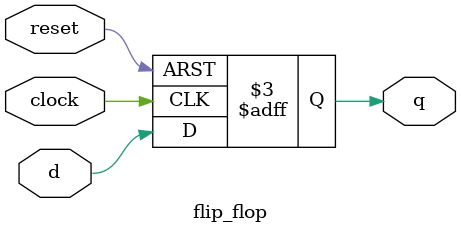
<source format=v>
module flip_flop
(
	input clock, reset, d,
	output reg q
);
always@(posedge clock, posedge reset)
begin
	if (reset == 1)
		q <= 0;
	else 
		q <= d;
end
endmodule
</source>
